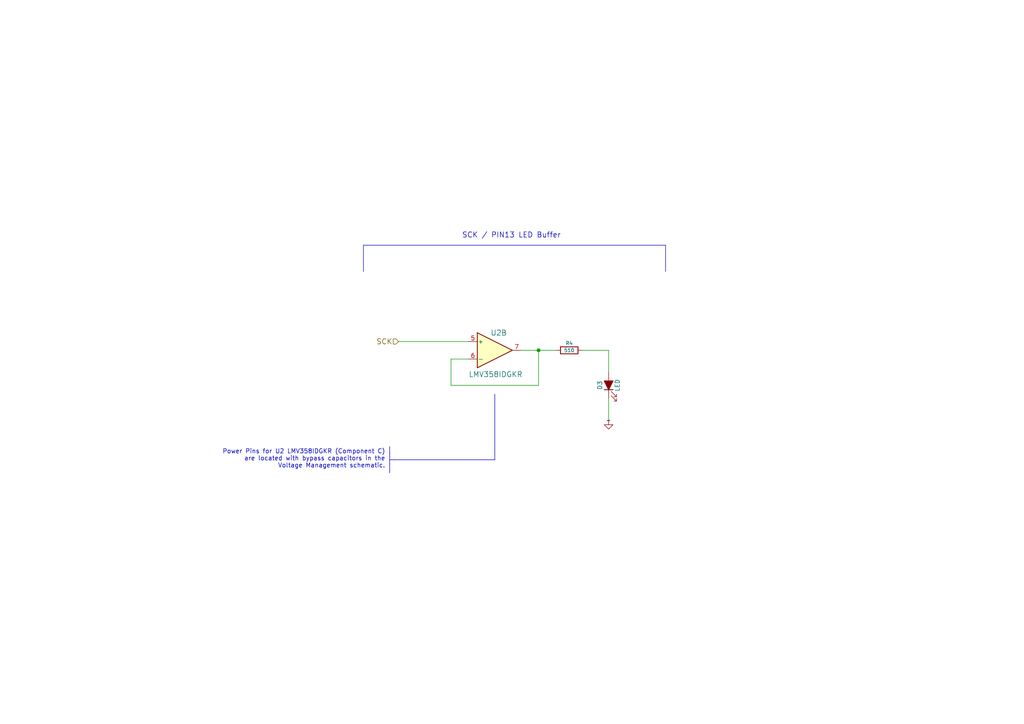
<source format=kicad_sch>
(kicad_sch (version 20230121) (generator eeschema)
  (paper "A4")
  (title_block (title "Arduino UNO R3 Clone") (date "2021-08-06") (rev "1") (company "Rheingold Heavy") (comment 1 "Based on the Arduino UNO R3 From arduino.cc"))
  (lib_symbols
    (symbol "Amplifier_Operational:LMV358" (pin_names (offset 0.127))
      (property "Reference" "U" (at 0 5.08 0))
      (property "Value" "LMV358" (at 0 -5.08 0))
      (symbol "LMV358_1_1"
        (polyline (pts (xy -5.08 5.08) (xy 5.08 0) (xy -5.08 -5.08) (xy -5.08 5.08)) (stroke (width 0.254)) (fill (type background)))
        (pin output line (at 7.62 0 180) (length 2.54) (name "~") (number "1"))
        (pin input line (at -7.62 -2.54 0) (length 2.54) (name "-") (number "2"))
        (pin input line (at -7.62 2.54 0) (length 2.54) (name "+") (number "3"))
      )
      (symbol "LMV358_2_1"
        (polyline (pts (xy -5.08 5.08) (xy 5.08 0) (xy -5.08 -5.08) (xy -5.08 5.08)) (stroke (width 0.254)) (fill (type background)))
        (pin input line (at -7.62 2.54 0) (length 2.54) (name "+") (number "5"))
        (pin input line (at -7.62 -2.54 0) (length 2.54) (name "-") (number "6"))
        (pin output line (at 7.62 0 180) (length 2.54) (name "~") (number "7"))
      )
      (symbol "LMV358_3_1"
        (pin power_in line (at -2.54 -7.62 90) (length 3.81) (name "V-") (number "4"))
        (pin power_in line (at -2.54 7.62 270) (length 3.81) (name "V+") (number "8"))
      )
    )
    (symbol "Device:LED_Filled" (pin_numbers hide) (pin_names (offset 1.016) hide)
      (property "Reference" "D" (at 0 2.54 0))
      (property "Value" "LED_Filled" (at 0 -2.54 0))
      (symbol "LED_Filled_0_1"
        (polyline (pts (xy -1.27 -1.27) (xy -1.27 1.27)) (stroke (width 0.254)))
        (polyline (pts (xy -1.27 0) (xy 1.27 0)))
        (polyline (pts (xy 1.27 -1.27) (xy 1.27 1.27) (xy -1.27 0) (xy 1.27 -1.27)) (stroke (width 0.254)) (fill (type outline)))
        (polyline (pts (xy -3.048 -0.762) (xy -4.572 -2.286) (xy -3.81 -2.286) (xy -4.572 -2.286) (xy -4.572 -1.524)))
        (polyline (pts (xy -1.778 -0.762) (xy -3.302 -2.286) (xy -2.54 -2.286) (xy -3.302 -2.286) (xy -3.302 -1.524)))
      )
      (symbol "LED_Filled_1_1"
        (pin passive line (at -3.81 0 0) (length 2.54) (name "K") (number "1"))
        (pin passive line (at 3.81 0 180) (length 2.54) (name "A") (number "2"))
      )
    )
    (symbol "Device:R" (pin_numbers hide) (pin_names (offset 0))
      (property "Reference" "R" (at 2.032 0 90))
      (property "Value" "R" (at 0 0 90))
      (symbol "R_0_1"
        (rectangle (start -1.016 -2.54) (end 1.016 2.54) (stroke (width 0.254)))
      )
      (symbol "R_1_1"
        (pin passive line (at 0 3.81 270) (length 1.27) (name "~") (number "1"))
        (pin passive line (at 0 -3.81 90) (length 1.27) (name "~") (number "2"))
      )
    )
    (symbol "power:GND" (power) (pin_names (offset 0))
      (property "Value" "GND" (at 0 -3.81 0))
      (symbol "GND_0_1"
        (polyline (pts (xy 0 0) (xy 0 -1.27) (xy 1.27 -1.27) (xy 0 -2.54) (xy -1.27 -1.27) (xy 0 -1.27)))
      )
      (symbol "GND_1_1"
        (pin power_in line (at 0 0 270) (length 0) hide (name "GND") (number "1"))
      )
    )
  )
  (junction (at 156.21 101.6))
  (wire (pts (xy 156.21 111.76) (xy 156.21 101.6)))
  (wire (pts (xy 115.57 99.06) (xy 135.89 99.06)))
  (wire (pts (xy 151.13 101.6) (xy 156.21 101.6)))
  (polyline (pts (xy 113.03 133.35) (xy 143.51 133.35)))
  (wire (pts (xy 156.21 101.6) (xy 161.29 101.6)))
  (polyline (pts (xy 193.04 71.12) (xy 193.04 78.74)))
  (wire (pts (xy 168.91 101.6) (xy 176.53 101.6)))
  (polyline (pts (xy 105.41 71.12) (xy 193.04 71.12)))
  (polyline (pts (xy 113.03 129.54) (xy 113.03 137.16)))
  (wire (pts (xy 176.53 101.6) (xy 176.53 107.95)))
  (polyline (pts (xy 105.41 78.74) (xy 105.41 71.12)))
  (wire (pts (xy 130.81 104.14) (xy 135.89 104.14)))
  (wire (pts (xy 176.53 115.57) (xy 176.53 121.92)))
  (wire (pts (xy 130.81 111.76) (xy 156.21 111.76)))
  (wire (pts (xy 130.81 104.14) (xy 130.81 111.76)))
  (polyline (pts (xy 143.51 133.35) (xy 143.51 114.3)))
  (text "Power Pins for U2 LMV358IDGKR (Component C)\nare located with bypass capacitors in the\nVoltage Management schematic." (at 111.76 135.89 0) (effects (font (size 1.27 1.27)) (justify right bottom)))
  (text "SCK / PIN13 LED Buffer" (at 133.985 69.215 0) (effects (font (size 1.524 1.524)) (justify left bottom)))
  (hierarchical_label "SCK" (shape input) (at 115.57 99.06 180) (effects (font (size 1.524 1.524))))
  (symbol (lib_id "Amplifier_Operational:LMV358") (at 143.51 101.6 0) (unit 2)
    (property "Reference" "U2" (at 142.24 96.52 0) (effects (font (size 1.524 1.524)) (justify left)))
    (property "Value" "LMV358IDGKR" (at 135.89 108.585 0) (effects (font (size 1.524 1.524)) (justify left)))
    (property "Footprint" "Package_SO:HVSSOP-8-1EP_3x3mm_P0.65mm_EP1.57x1.89mm" (effects hide))
    (property "Datasheet" "http://www.ti.com/lit/ds/symlink/lmv358.pdf" (effects hide))
    (property "Characteristics" "DUAL OP-AMP, 7000uV OFFSET-MAX, 1MHz BAND WIDTH" (effects hide))
    (property "Description" "Comparator Op-amp" (effects hide))
    (property "MFN" "Texas Instruments" (effects hide))
    (property "Package ID" "VSSOP8" (effects hide))
    (property "Source" "ANY" (effects hide))
    (property "Critical" "N" (effects hide))
    (property "Subsystem" "Pin13_LED" (effects hide))
    (property "MPN" "LMV358IDGKR" (effects hide))
  )
  (symbol (lib_id "Device:LED_Filled") (at 176.53 111.76 90) (unit 1)
    (property "Reference" "D3" (at 173.99 111.76 0))
    (property "Value" "LED" (at 179.07 111.76 0))
    (property "Footprint" "LED_SMD:LED_0603_1608Metric" (effects hide))
    (property "Datasheet" "http://www.osram-os.com/Graphics/XPic9/00078860_0.pdf" (effects hide))
    (property "Characteristics" "LED CHIPLED 570NM GREEN" (effects hide))
    (property "Description" "Power On Green LED" (effects hide))
    (property "MFN" "OSRAM Opto" (effects hide))
    (property "Package ID" "SMD_0805" (effects hide))
    (property "Source" "ANY" (effects hide))
    (property "Critical" "N" (effects hide))
    (property "Subsystem" "Pin13_LED" (effects hide))
    (property "MPN" "LG R971-KN-1" (effects hide))
  )
  (symbol (lib_id "Device:R") (at 165.1 101.6 90) (unit 1)
    (property "Reference" "R4" (at 165.1 99.568 90) (effects (font (size 1.016 1.016))))
    (property "Value" "510" (at 165.1 101.6 90) (effects (font (size 1.016 1.016))))
    (property "Footprint" "Resistor_SMD:R_0603_1608Metric" (effects hide))
    (property "Datasheet" "http://www.yageo.com/pdf/Pu-RC0805_51_PbFree_L_2.pdf" (effects hide))
    (property "Characteristics" "RESISTOR, METAL GLAZE/THICK FILM, 0.125W, 1%, 100ppm, 510ohm, SURFACE MOUNT, 0805" (effects hide))
    (property "Description" "Power On LED Resistor" (effects hide))
    (property "MFN" "Yageo" (effects hide))
    (property "Package ID" "SMD_0805" (effects hide))
    (property "Source" "ANY" (effects hide))
    (property "Critical" "N" (effects hide))
    (property "Subsystem" "Pin13_LED" (effects hide))
    (property "MPN" "RC0805FR-07510RL" (effects hide))
  )
  (symbol (lib_id "power:GND") (at 176.53 121.92 0) (unit 1)
    (property "Reference" "#PWR024" (effects hide))
    (property "Value" "GND" (effects hide))
    (property "Footprint" "~" (at 176.53 121.92 0) (effects (font (size 1.524 1.524))))
    (property "Datasheet" "~" (at 176.53 121.92 0) (effects (font (size 1.524 1.524))))
    (property "Source" "ANY" (effects hide))
    (property "Critical" "N" (effects hide))
  )
)
</source>
